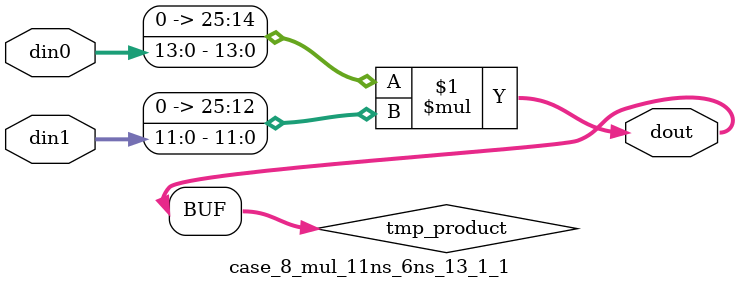
<source format=v>

`timescale 1 ns / 1 ps

 (* use_dsp = "no" *)  module case_8_mul_11ns_6ns_13_1_1(din0, din1, dout);
parameter ID = 1;
parameter NUM_STAGE = 0;
parameter din0_WIDTH = 14;
parameter din1_WIDTH = 12;
parameter dout_WIDTH = 26;

input [din0_WIDTH - 1 : 0] din0; 
input [din1_WIDTH - 1 : 0] din1; 
output [dout_WIDTH - 1 : 0] dout;

wire signed [dout_WIDTH - 1 : 0] tmp_product;
























assign tmp_product = $signed({1'b0, din0}) * $signed({1'b0, din1});











assign dout = tmp_product;





















endmodule

</source>
